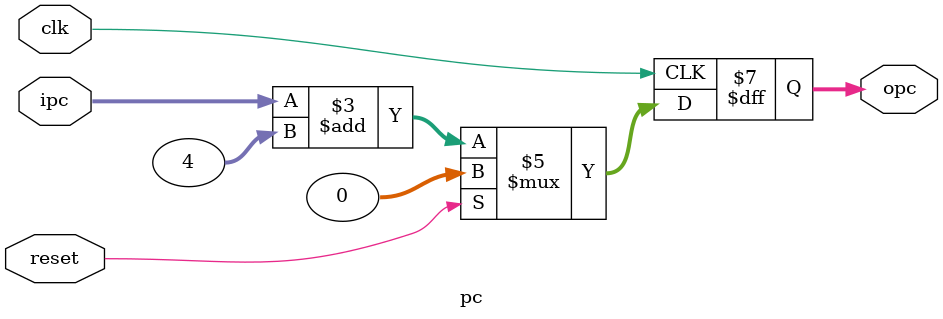
<source format=sv>
module pc (
  input  [31:0] ipc,
  input clk, reset,
  output [31:0] opc
);
  reg [31:0] opc;

  always@(posedge clk)
    begin
      if(reset == 1)
        opc <= 0;
      else 
      	opc <= ipc + 4;
    end

endmodule
</source>
